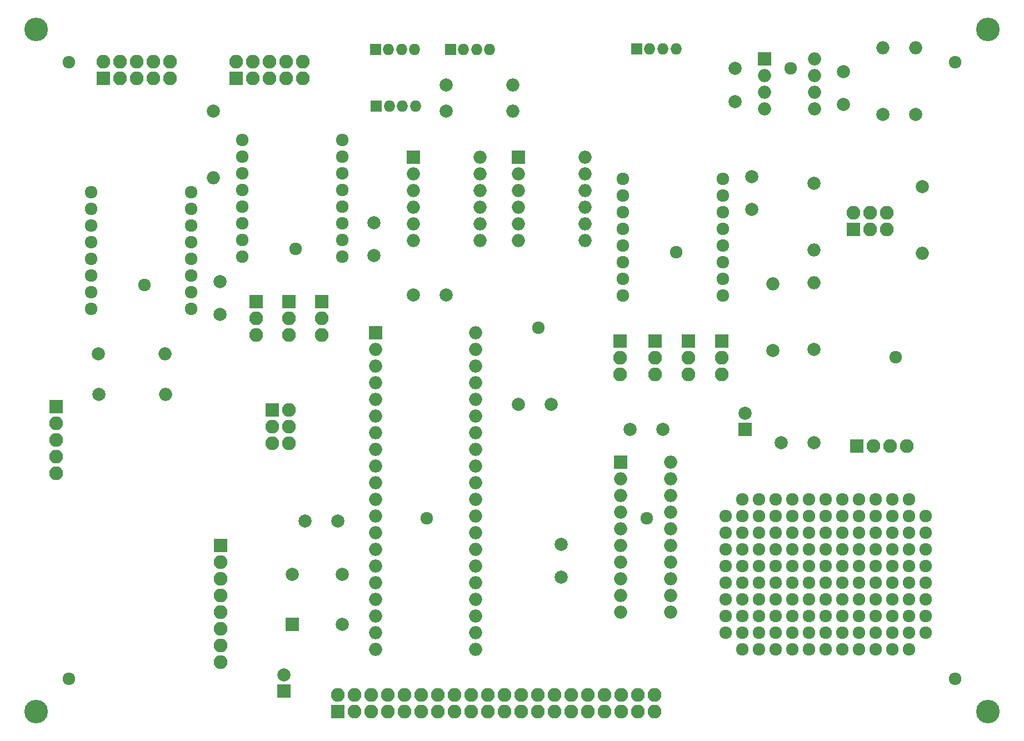
<source format=gbs>
G04 #@! TF.FileFunction,Soldermask,Bot*
%FSLAX46Y46*%
G04 Gerber Fmt 4.6, Leading zero omitted, Abs format (unit mm)*
G04 Created by KiCad (PCBNEW 4.0.7) date 01/11/19 10:06:21*
%MOMM*%
%LPD*%
G01*
G04 APERTURE LIST*
%ADD10C,0.100000*%
%ADD11C,1.924000*%
%ADD12C,2.000000*%
%ADD13R,2.000000X2.000000*%
%ADD14R,2.100000X2.100000*%
%ADD15O,2.100000X2.100000*%
%ADD16O,2.000000X2.000000*%
%ADD17C,3.600000*%
%ADD18R,1.750000X1.750000*%
%ADD19O,1.750000X1.750000*%
G04 APERTURE END LIST*
D10*
D11*
X94500000Y-68500000D03*
X170000000Y-41000000D03*
X186000000Y-85000000D03*
X131500000Y-80500000D03*
X148000000Y-109500000D03*
X152500000Y-69000000D03*
X71500000Y-74000000D03*
X114500000Y-109500000D03*
X60000000Y-134000000D03*
X195000000Y-134000000D03*
X195000000Y-40000000D03*
D12*
X128476000Y-92200000D03*
X133476000Y-92200000D03*
X168500000Y-98000000D03*
X173500000Y-98000000D03*
X117500000Y-75500000D03*
X112500000Y-75500000D03*
X96000000Y-110000000D03*
X101000000Y-110000000D03*
X83000000Y-73500000D03*
X83000000Y-78500000D03*
X164000000Y-57500000D03*
X164000000Y-62500000D03*
X161500000Y-41000000D03*
X161500000Y-46000000D03*
X178000000Y-46500000D03*
X178000000Y-41500000D03*
X106500000Y-69500000D03*
X106500000Y-64500000D03*
D13*
X163000000Y-96000000D03*
D12*
X163000000Y-93500000D03*
D13*
X92710000Y-135890000D03*
D12*
X92710000Y-133390000D03*
D14*
X91000000Y-93000000D03*
D15*
X93540000Y-93000000D03*
X91000000Y-95540000D03*
X93540000Y-95540000D03*
X91000000Y-98080000D03*
X93540000Y-98080000D03*
D14*
X179500000Y-65500000D03*
D15*
X179500000Y-62960000D03*
X182040000Y-65500000D03*
X182040000Y-62960000D03*
X184580000Y-65500000D03*
X184580000Y-62960000D03*
D14*
X144000000Y-82500000D03*
D15*
X144000000Y-85040000D03*
X144000000Y-87580000D03*
D14*
X88500000Y-76500000D03*
D15*
X88500000Y-79040000D03*
X88500000Y-81580000D03*
D14*
X149340000Y-82500000D03*
D15*
X149340000Y-85040000D03*
X149340000Y-87580000D03*
D14*
X93500000Y-76500000D03*
D15*
X93500000Y-79040000D03*
X93500000Y-81580000D03*
D14*
X154420000Y-82500000D03*
D15*
X154420000Y-85040000D03*
X154420000Y-87580000D03*
D14*
X98500000Y-76500000D03*
D15*
X98500000Y-79040000D03*
X98500000Y-81580000D03*
D14*
X159500000Y-82500000D03*
D15*
X159500000Y-85040000D03*
X159500000Y-87580000D03*
D12*
X64500000Y-84500000D03*
D16*
X74660000Y-84500000D03*
D12*
X64516000Y-90678000D03*
D16*
X74676000Y-90678000D03*
D12*
X82000000Y-47500000D03*
D16*
X82000000Y-57660000D03*
D12*
X167295000Y-83931000D03*
D16*
X167295000Y-73771000D03*
D12*
X190000000Y-59000000D03*
D16*
X190000000Y-69160000D03*
D12*
X173500000Y-58500000D03*
D16*
X173500000Y-68660000D03*
D12*
X173518000Y-83804000D03*
D16*
X173518000Y-73644000D03*
D13*
X93980000Y-125730000D03*
D12*
X93980000Y-118110000D03*
X101600000Y-118110000D03*
X101600000Y-125730000D03*
D13*
X106680000Y-81280000D03*
D16*
X121920000Y-129540000D03*
X106680000Y-83820000D03*
X121920000Y-127000000D03*
X106680000Y-86360000D03*
X121920000Y-124460000D03*
X106680000Y-88900000D03*
X121920000Y-121920000D03*
X106680000Y-91440000D03*
X121920000Y-119380000D03*
X106680000Y-93980000D03*
X121920000Y-116840000D03*
X106680000Y-96520000D03*
X121920000Y-114300000D03*
X106680000Y-99060000D03*
X121920000Y-111760000D03*
X106680000Y-101600000D03*
X121920000Y-109220000D03*
X106680000Y-104140000D03*
X121920000Y-106680000D03*
X106680000Y-106680000D03*
X121920000Y-104140000D03*
X106680000Y-109220000D03*
X121920000Y-101600000D03*
X106680000Y-111760000D03*
X121920000Y-99060000D03*
X106680000Y-114300000D03*
X121920000Y-96520000D03*
X106680000Y-116840000D03*
X121920000Y-93980000D03*
X106680000Y-119380000D03*
X121920000Y-91440000D03*
X106680000Y-121920000D03*
X121920000Y-88900000D03*
X106680000Y-124460000D03*
X121920000Y-86360000D03*
X106680000Y-127000000D03*
X121920000Y-83820000D03*
X106680000Y-129540000D03*
X121920000Y-81280000D03*
D13*
X112500000Y-54500000D03*
D16*
X122660000Y-67200000D03*
X112500000Y-57040000D03*
X122660000Y-64660000D03*
X112500000Y-59580000D03*
X122660000Y-62120000D03*
X112500000Y-62120000D03*
X122660000Y-59580000D03*
X112500000Y-64660000D03*
X122660000Y-57040000D03*
X112500000Y-67200000D03*
X122660000Y-54500000D03*
D13*
X144018000Y-100965000D03*
D16*
X151638000Y-123825000D03*
X144018000Y-103505000D03*
X151638000Y-121285000D03*
X144018000Y-106045000D03*
X151638000Y-118745000D03*
X144018000Y-108585000D03*
X151638000Y-116205000D03*
X144018000Y-111125000D03*
X151638000Y-113665000D03*
X144018000Y-113665000D03*
X151638000Y-111125000D03*
X144018000Y-116205000D03*
X151638000Y-108585000D03*
X144018000Y-118745000D03*
X151638000Y-106045000D03*
X144018000Y-121285000D03*
X151638000Y-103505000D03*
X144018000Y-123825000D03*
X151638000Y-100965000D03*
D12*
X135000000Y-118500000D03*
X135000000Y-113500000D03*
D11*
X63380000Y-59840000D03*
X63380000Y-62380000D03*
X63380000Y-64920000D03*
X63380000Y-67460000D03*
X63380000Y-70000000D03*
X63380000Y-72540000D03*
X63380000Y-75080000D03*
X63380000Y-77620000D03*
X78620000Y-77620000D03*
X78620000Y-75080000D03*
X78620000Y-72540000D03*
X78620000Y-70000000D03*
X78620000Y-67460000D03*
X78620000Y-64920000D03*
X78620000Y-62380000D03*
X78620000Y-59840000D03*
X144380000Y-57840000D03*
X144380000Y-60380000D03*
X144380000Y-62920000D03*
X144380000Y-65460000D03*
X144380000Y-68000000D03*
X144380000Y-70540000D03*
X144380000Y-73080000D03*
X144380000Y-75620000D03*
X159620000Y-75620000D03*
X159620000Y-73080000D03*
X159620000Y-70540000D03*
X159620000Y-68000000D03*
X159620000Y-65460000D03*
X159620000Y-62920000D03*
X159620000Y-60380000D03*
X159620000Y-57840000D03*
X86380000Y-51840000D03*
X86380000Y-54380000D03*
X86380000Y-56920000D03*
X86380000Y-59460000D03*
X86380000Y-62000000D03*
X86380000Y-64540000D03*
X86380000Y-67080000D03*
X86380000Y-69620000D03*
X101620000Y-69620000D03*
X101620000Y-67080000D03*
X101620000Y-64540000D03*
X101620000Y-62000000D03*
X101620000Y-59460000D03*
X101620000Y-56920000D03*
X101620000Y-54380000D03*
X101620000Y-51840000D03*
D12*
X145500000Y-96000000D03*
X150500000Y-96000000D03*
D14*
X58000000Y-92500000D03*
D15*
X58000000Y-95040000D03*
X58000000Y-97580000D03*
X58000000Y-100120000D03*
X58000000Y-102660000D03*
D12*
X184000000Y-48000000D03*
D16*
X184000000Y-37840000D03*
D12*
X189000000Y-48000000D03*
D16*
X189000000Y-37840000D03*
D12*
X117500000Y-43500000D03*
D16*
X127660000Y-43500000D03*
D12*
X117500000Y-47500000D03*
D16*
X127660000Y-47500000D03*
D14*
X180000000Y-98500000D03*
D15*
X182540000Y-98500000D03*
X185080000Y-98500000D03*
X187620000Y-98500000D03*
D11*
X187960000Y-129540000D03*
X185420000Y-129540000D03*
X182880000Y-129540000D03*
X180340000Y-129540000D03*
X177800000Y-129540000D03*
X175260000Y-129540000D03*
X172720000Y-129540000D03*
X170180000Y-129540000D03*
X167640000Y-129540000D03*
X165100000Y-129540000D03*
X162560000Y-129540000D03*
X190500000Y-127000000D03*
X187960000Y-127000000D03*
X185420000Y-127000000D03*
X182880000Y-127000000D03*
X180340000Y-127000000D03*
X177800000Y-127000000D03*
X175260000Y-127000000D03*
X172720000Y-127000000D03*
X170180000Y-127000000D03*
X167640000Y-127000000D03*
X165100000Y-127000000D03*
X162560000Y-127000000D03*
X160020000Y-127000000D03*
X190500000Y-124460000D03*
X187960000Y-124460000D03*
X185420000Y-124460000D03*
X182880000Y-124460000D03*
X180340000Y-124460000D03*
X177800000Y-124460000D03*
X175260000Y-124460000D03*
X172720000Y-124460000D03*
X170180000Y-124460000D03*
X167640000Y-124460000D03*
X165100000Y-124460000D03*
X162560000Y-124460000D03*
X160020000Y-124460000D03*
X190500000Y-121920000D03*
X187960000Y-121920000D03*
X185420000Y-121920000D03*
X182880000Y-121920000D03*
X180340000Y-121920000D03*
X177800000Y-121920000D03*
X175260000Y-121920000D03*
X172720000Y-121920000D03*
X170180000Y-121920000D03*
X167640000Y-121920000D03*
X165100000Y-121920000D03*
X162560000Y-121920000D03*
X160020000Y-121920000D03*
X190500000Y-119380000D03*
X187960000Y-119380000D03*
X185420000Y-119380000D03*
X182880000Y-119380000D03*
X180340000Y-119380000D03*
X177800000Y-119380000D03*
X175260000Y-119380000D03*
X172720000Y-119380000D03*
X170180000Y-119380000D03*
X167640000Y-119380000D03*
X165100000Y-119380000D03*
X162560000Y-119380000D03*
X160020000Y-119380000D03*
X190500000Y-116840000D03*
X187960000Y-116840000D03*
X185420000Y-116840000D03*
X182880000Y-116840000D03*
X180340000Y-116840000D03*
X177800000Y-116840000D03*
X175260000Y-116840000D03*
X172720000Y-116840000D03*
X170180000Y-116840000D03*
X167640000Y-116840000D03*
X165100000Y-116840000D03*
X162560000Y-116840000D03*
X160020000Y-116840000D03*
X190500000Y-114300000D03*
X187960000Y-114300000D03*
X185420000Y-114300000D03*
X182880000Y-114300000D03*
X180340000Y-114300000D03*
X177800000Y-114300000D03*
X175260000Y-114300000D03*
X172720000Y-114300000D03*
X170180000Y-114300000D03*
X167640000Y-114300000D03*
X165100000Y-114300000D03*
X162560000Y-114300000D03*
X160020000Y-114300000D03*
X190500000Y-111760000D03*
X187960000Y-111760000D03*
X185420000Y-111760000D03*
X182880000Y-111760000D03*
X180340000Y-111760000D03*
X177800000Y-111760000D03*
X175260000Y-111760000D03*
X172720000Y-111760000D03*
X170180000Y-111760000D03*
X167640000Y-111760000D03*
X165100000Y-111760000D03*
X162560000Y-111760000D03*
X160020000Y-111760000D03*
X190500000Y-109220000D03*
X187960000Y-109220000D03*
X185420000Y-109220000D03*
X182880000Y-109220000D03*
X180340000Y-109220000D03*
X177800000Y-109220000D03*
X175260000Y-109220000D03*
X172720000Y-109220000D03*
X170180000Y-109220000D03*
X167640000Y-109220000D03*
X165100000Y-109220000D03*
X162560000Y-109220000D03*
X160020000Y-109220000D03*
X187960000Y-106680000D03*
X185420000Y-106680000D03*
X182880000Y-106680000D03*
X180340000Y-106680000D03*
X177800000Y-106680000D03*
X175260000Y-106680000D03*
X172720000Y-106680000D03*
X170180000Y-106680000D03*
X167640000Y-106680000D03*
X165100000Y-106680000D03*
X162560000Y-106680000D03*
D17*
X55000000Y-139000000D03*
X200000000Y-35000000D03*
X55000000Y-35000000D03*
X200000000Y-139000000D03*
D14*
X65250000Y-42500000D03*
D15*
X65250000Y-39960000D03*
X67790000Y-42500000D03*
X67790000Y-39960000D03*
X70330000Y-42500000D03*
X70330000Y-39960000D03*
X72870000Y-42500000D03*
X72870000Y-39960000D03*
X75410000Y-42500000D03*
X75410000Y-39960000D03*
D14*
X85500000Y-42500000D03*
D15*
X85500000Y-39960000D03*
X88040000Y-42500000D03*
X88040000Y-39960000D03*
X90580000Y-42500000D03*
X90580000Y-39960000D03*
X93120000Y-42500000D03*
X93120000Y-39960000D03*
X95660000Y-42500000D03*
X95660000Y-39960000D03*
D14*
X101000000Y-139000000D03*
D15*
X101000000Y-136460000D03*
X103540000Y-139000000D03*
X103540000Y-136460000D03*
X106080000Y-139000000D03*
X106080000Y-136460000D03*
X108620000Y-139000000D03*
X108620000Y-136460000D03*
X111160000Y-139000000D03*
X111160000Y-136460000D03*
X113700000Y-139000000D03*
X113700000Y-136460000D03*
X116240000Y-139000000D03*
X116240000Y-136460000D03*
X118780000Y-139000000D03*
X118780000Y-136460000D03*
X121320000Y-139000000D03*
X121320000Y-136460000D03*
X123860000Y-139000000D03*
X123860000Y-136460000D03*
X126400000Y-139000000D03*
X126400000Y-136460000D03*
X128940000Y-139000000D03*
X128940000Y-136460000D03*
X131480000Y-139000000D03*
X131480000Y-136460000D03*
X134020000Y-139000000D03*
X134020000Y-136460000D03*
X136560000Y-139000000D03*
X136560000Y-136460000D03*
X139100000Y-139000000D03*
X139100000Y-136460000D03*
X141640000Y-139000000D03*
X141640000Y-136460000D03*
X144180000Y-139000000D03*
X144180000Y-136460000D03*
X146720000Y-139000000D03*
X146720000Y-136460000D03*
X149260000Y-139000000D03*
X149260000Y-136460000D03*
D18*
X106680000Y-38100000D03*
D19*
X108680000Y-38100000D03*
X110680000Y-38100000D03*
X112680000Y-38100000D03*
D18*
X118110000Y-38100000D03*
D19*
X120110000Y-38100000D03*
X122110000Y-38100000D03*
X124110000Y-38100000D03*
D18*
X146500000Y-38000000D03*
D19*
X148500000Y-38000000D03*
X150500000Y-38000000D03*
X152500000Y-38000000D03*
D18*
X106807000Y-46736000D03*
D19*
X108807000Y-46736000D03*
X110807000Y-46736000D03*
X112807000Y-46736000D03*
D13*
X128500000Y-54500000D03*
D16*
X138660000Y-67200000D03*
X128500000Y-57040000D03*
X138660000Y-64660000D03*
X128500000Y-59580000D03*
X138660000Y-62120000D03*
X128500000Y-62120000D03*
X138660000Y-59580000D03*
X128500000Y-64660000D03*
X138660000Y-57040000D03*
X128500000Y-67200000D03*
X138660000Y-54500000D03*
D14*
X83058000Y-113665000D03*
D15*
X83058000Y-116205000D03*
X83058000Y-118745000D03*
X83058000Y-121285000D03*
X83058000Y-123825000D03*
X83058000Y-126365000D03*
X83058000Y-128905000D03*
X83058000Y-131445000D03*
D13*
X166000000Y-39500000D03*
D16*
X173620000Y-47120000D03*
X166000000Y-42040000D03*
X173620000Y-44580000D03*
X166000000Y-44580000D03*
X173620000Y-42040000D03*
X166000000Y-47120000D03*
X173620000Y-39500000D03*
D11*
X60000000Y-40000000D03*
M02*

</source>
